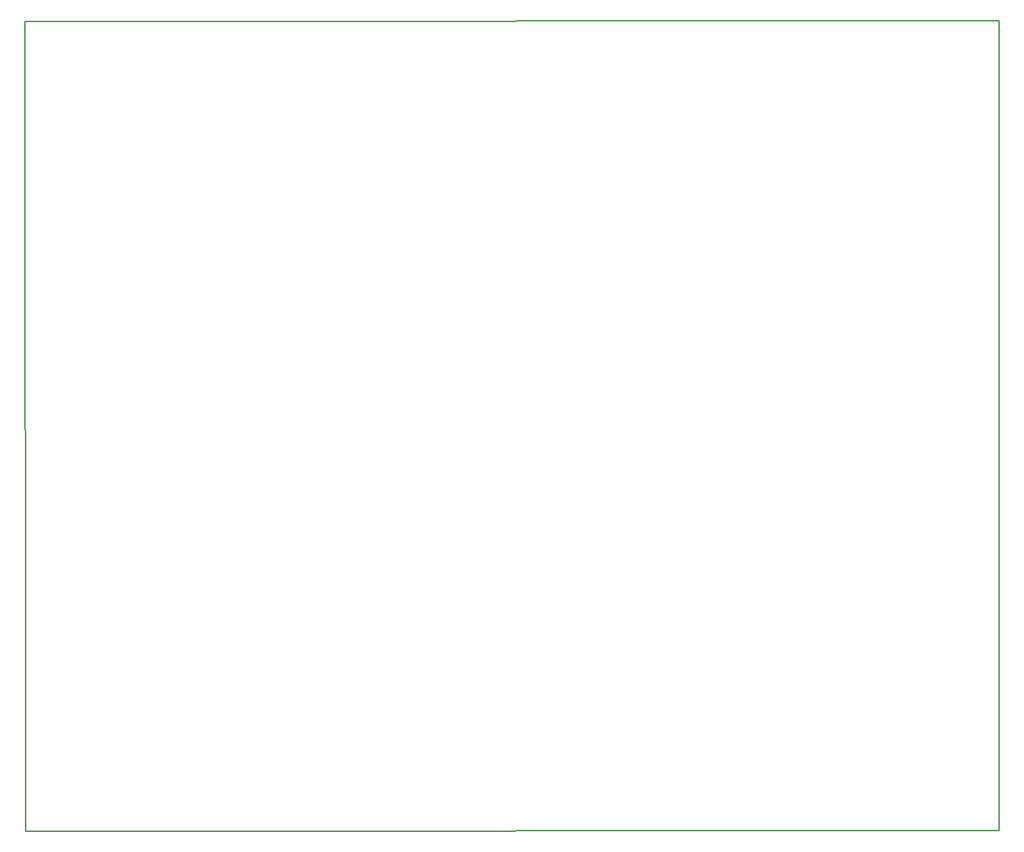
<source format=gbr>
G04 #@! TF.GenerationSoftware,KiCad,Pcbnew,(5.1.5)-3*
G04 #@! TF.CreationDate,2020-04-13T17:51:19-04:00*
G04 #@! TF.ProjectId,Deck_Plate_PCB,4465636b-5f50-46c6-9174-655f5043422e,A*
G04 #@! TF.SameCoordinates,Original*
G04 #@! TF.FileFunction,Profile,NP*
%FSLAX46Y46*%
G04 Gerber Fmt 4.6, Leading zero omitted, Abs format (unit mm)*
G04 Created by KiCad (PCBNEW (5.1.5)-3) date 2020-04-13 17:51:19*
%MOMM*%
%LPD*%
G04 APERTURE LIST*
%ADD10C,0.150000*%
G04 APERTURE END LIST*
D10*
X81490000Y-145530000D02*
X81410000Y-46480000D01*
X200540000Y-145490000D02*
X81490000Y-145530000D01*
X200560000Y-46390000D02*
X200540000Y-145490000D01*
X81410000Y-46480000D02*
X200560000Y-46390000D01*
M02*

</source>
